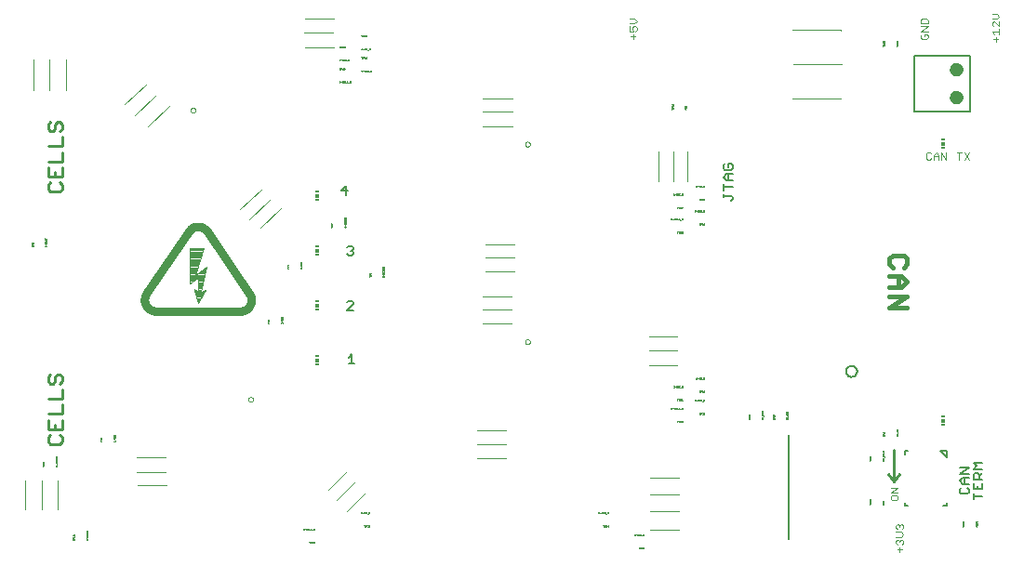
<source format=gto>
G75*
G70*
%OFA0B0*%
%FSLAX24Y24*%
%IPPOS*%
%LPD*%
%AMOC8*
5,1,8,0,0,1.08239X$1,22.5*
%
%ADD10C,0.0040*%
%ADD11C,0.0070*%
%ADD12C,0.0060*%
%ADD13C,0.0160*%
%ADD14C,0.0090*%
%ADD15C,0.0098*%
%ADD16C,0.0039*%
%ADD17C,0.0050*%
%ADD18C,0.0059*%
%ADD19R,0.0118X0.0059*%
%ADD20R,0.0118X0.0118*%
%ADD21C,0.0236*%
%ADD22C,0.0010*%
%ADD23C,0.0295*%
D10*
X029830Y022044D02*
X030000Y022044D01*
X029915Y021958D02*
X029915Y022129D01*
X029915Y022230D02*
X029872Y022315D01*
X029872Y022358D01*
X029915Y022401D01*
X030000Y022401D01*
X030043Y022358D01*
X030043Y022273D01*
X030000Y022230D01*
X029915Y022230D02*
X029787Y022230D01*
X029787Y022401D01*
X029787Y022502D02*
X029958Y022502D01*
X030043Y022587D01*
X029958Y022672D01*
X029787Y022672D01*
X040220Y022630D02*
X040220Y022502D01*
X040476Y022502D01*
X040476Y022630D01*
X040433Y022672D01*
X040263Y022672D01*
X040220Y022630D01*
X040220Y022401D02*
X040476Y022401D01*
X040220Y022230D01*
X040476Y022230D01*
X040433Y022129D02*
X040348Y022129D01*
X040348Y022044D01*
X040263Y022129D02*
X040220Y022086D01*
X040220Y022001D01*
X040263Y021958D01*
X040433Y021958D01*
X040476Y022001D01*
X040476Y022086D01*
X040433Y022129D01*
X042779Y022217D02*
X043035Y022217D01*
X043035Y022132D02*
X043035Y022302D01*
X043035Y022404D02*
X042864Y022574D01*
X042822Y022574D01*
X042779Y022531D01*
X042779Y022446D01*
X042822Y022404D01*
X042779Y022217D02*
X042864Y022132D01*
X042907Y022030D02*
X042907Y021860D01*
X042822Y021945D02*
X042992Y021945D01*
X043035Y022404D02*
X043035Y022574D01*
X042950Y022676D02*
X043035Y022761D01*
X042950Y022846D01*
X042779Y022846D01*
X042779Y022676D02*
X042950Y022676D01*
X041947Y017883D02*
X041777Y017628D01*
X041947Y017628D02*
X041777Y017883D01*
X041675Y017883D02*
X041505Y017883D01*
X041590Y017883D02*
X041590Y017628D01*
X041131Y017628D02*
X041131Y017883D01*
X040961Y017883D02*
X041131Y017628D01*
X040961Y017628D02*
X040961Y017883D01*
X040859Y017798D02*
X040859Y017628D01*
X040859Y017755D02*
X040689Y017755D01*
X040689Y017798D02*
X040774Y017883D01*
X040859Y017798D01*
X040689Y017798D02*
X040689Y017628D01*
X040588Y017670D02*
X040545Y017628D01*
X040460Y017628D01*
X040417Y017670D01*
X040417Y017841D01*
X040460Y017883D01*
X040545Y017883D01*
X040588Y017841D01*
X039393Y005865D02*
X039138Y005865D01*
X039138Y005695D02*
X039393Y005865D01*
X039393Y005695D02*
X039138Y005695D01*
X039180Y005593D02*
X039138Y005551D01*
X039138Y005466D01*
X039180Y005423D01*
X039351Y005423D01*
X039393Y005466D01*
X039393Y005551D01*
X039351Y005593D01*
X039180Y005593D01*
X039377Y004539D02*
X039420Y004539D01*
X039462Y004496D01*
X039505Y004539D01*
X039547Y004539D01*
X039590Y004496D01*
X039590Y004411D01*
X039547Y004368D01*
X039505Y004267D02*
X039334Y004267D01*
X039377Y004368D02*
X039334Y004411D01*
X039334Y004496D01*
X039377Y004539D01*
X039462Y004496D02*
X039462Y004454D01*
X039505Y004267D02*
X039590Y004182D01*
X039505Y004097D01*
X039334Y004097D01*
X039377Y003995D02*
X039420Y003995D01*
X039462Y003952D01*
X039505Y003995D01*
X039547Y003995D01*
X039590Y003952D01*
X039590Y003867D01*
X039547Y003825D01*
X039462Y003910D02*
X039462Y003952D01*
X039377Y003995D02*
X039334Y003952D01*
X039334Y003867D01*
X039377Y003825D01*
X039462Y003723D02*
X039462Y003553D01*
X039377Y003638D02*
X039547Y003638D01*
D11*
X042105Y005438D02*
X042105Y005654D01*
X042105Y005546D02*
X042429Y005546D01*
X042429Y005800D02*
X042105Y005800D01*
X042105Y006016D01*
X042105Y006163D02*
X042105Y006325D01*
X042159Y006379D01*
X042267Y006379D01*
X042321Y006325D01*
X042321Y006163D01*
X042321Y006271D02*
X042429Y006379D01*
X042429Y006525D02*
X042105Y006525D01*
X042213Y006633D01*
X042105Y006741D01*
X042429Y006741D01*
X041937Y006576D02*
X041613Y006576D01*
X041613Y006360D02*
X041937Y006576D01*
X041937Y006360D02*
X041613Y006360D01*
X041721Y006213D02*
X041613Y006105D01*
X041721Y005997D01*
X041937Y005997D01*
X041883Y005851D02*
X041937Y005797D01*
X041937Y005689D01*
X041883Y005635D01*
X041667Y005635D01*
X041613Y005689D01*
X041613Y005797D01*
X041667Y005851D01*
X041775Y005997D02*
X041775Y006213D01*
X041721Y006213D02*
X041937Y006213D01*
X042105Y006163D02*
X042429Y006163D01*
X042429Y006016D02*
X042429Y005800D01*
X042267Y005800D02*
X042267Y005908D01*
D12*
X033422Y016161D02*
X033478Y016217D01*
X033478Y016273D01*
X033422Y016328D01*
X033144Y016328D01*
X033144Y016273D02*
X033144Y016384D01*
X033144Y016524D02*
X033144Y016746D01*
X033144Y016635D02*
X033478Y016635D01*
X033478Y016886D02*
X033255Y016886D01*
X033144Y016998D01*
X033255Y017109D01*
X033478Y017109D01*
X033422Y017249D02*
X033478Y017304D01*
X033478Y017416D01*
X033422Y017471D01*
X033311Y017471D01*
X033311Y017360D01*
X033422Y017249D02*
X033199Y017249D01*
X033144Y017304D01*
X033144Y017416D01*
X033199Y017471D01*
X033311Y017109D02*
X033311Y016886D01*
X019685Y016525D02*
X019463Y016525D01*
X019630Y016692D01*
X019630Y016358D01*
X019715Y014527D02*
X019827Y014527D01*
X019882Y014471D01*
X019882Y014415D01*
X019827Y014360D01*
X019882Y014304D01*
X019882Y014248D01*
X019827Y014193D01*
X019715Y014193D01*
X019660Y014248D01*
X019771Y014360D02*
X019827Y014360D01*
X019660Y014471D02*
X019715Y014527D01*
X019715Y012558D02*
X019660Y012503D01*
X019715Y012558D02*
X019827Y012558D01*
X019882Y012503D01*
X019882Y012447D01*
X019660Y012224D01*
X019882Y012224D01*
X019820Y010639D02*
X019820Y010305D01*
X019709Y010305D02*
X019931Y010305D01*
X019709Y010528D02*
X019820Y010639D01*
D13*
X039099Y012313D02*
X039727Y012313D01*
X039727Y012731D02*
X039099Y012731D01*
X039099Y013038D02*
X039518Y013038D01*
X039727Y013247D01*
X039518Y013456D01*
X039099Y013456D01*
X039413Y013456D02*
X039413Y013038D01*
X039727Y012731D02*
X039099Y012313D01*
X039204Y013763D02*
X039099Y013867D01*
X039099Y014077D01*
X039204Y014181D01*
X039623Y014181D01*
X039727Y014077D01*
X039727Y013867D01*
X039623Y013763D01*
D14*
X009447Y016555D02*
X009447Y016722D01*
X009363Y016806D01*
X009447Y017015D02*
X008946Y017015D01*
X008946Y017349D01*
X008946Y017559D02*
X009447Y017559D01*
X009447Y017893D01*
X009447Y018103D02*
X008946Y018103D01*
X009447Y018103D02*
X009447Y018437D01*
X009363Y018647D02*
X009447Y018730D01*
X009447Y018897D01*
X009363Y018981D01*
X009280Y018981D01*
X009196Y018897D01*
X009196Y018730D01*
X009113Y018647D01*
X009029Y018647D01*
X008946Y018730D01*
X008946Y018897D01*
X009029Y018981D01*
X009447Y017349D02*
X009447Y017015D01*
X009196Y017015D02*
X009196Y017182D01*
X009029Y016806D02*
X008946Y016722D01*
X008946Y016555D01*
X009029Y016472D01*
X009363Y016472D01*
X009447Y016555D01*
X009363Y009925D02*
X009447Y009842D01*
X009447Y009675D01*
X009363Y009591D01*
X009196Y009675D02*
X009196Y009842D01*
X009280Y009925D01*
X009363Y009925D01*
X009196Y009675D02*
X009113Y009591D01*
X009029Y009591D01*
X008946Y009675D01*
X008946Y009842D01*
X009029Y009925D01*
X009447Y009382D02*
X009447Y009048D01*
X008946Y009048D01*
X009447Y008838D02*
X009447Y008504D01*
X008946Y008504D01*
X008946Y008294D02*
X008946Y007960D01*
X009447Y007960D01*
X009447Y008294D01*
X009196Y008127D02*
X009196Y007960D01*
X009029Y007750D02*
X008946Y007667D01*
X008946Y007500D01*
X009029Y007416D01*
X009363Y007416D01*
X009447Y007500D01*
X009447Y007667D01*
X009363Y007750D01*
D15*
X039069Y006338D02*
X039265Y006092D01*
X039462Y006338D01*
X039265Y006092D02*
X039265Y007224D01*
D16*
X008114Y006112D02*
X008114Y005088D01*
X008704Y005088D02*
X008704Y006112D01*
X009295Y006112D02*
X009295Y005088D01*
X012169Y005934D02*
X013193Y005934D01*
X013153Y006427D02*
X012130Y006427D01*
X012130Y006938D02*
X013153Y006938D01*
X016112Y009023D02*
X016114Y009041D01*
X016120Y009059D01*
X016129Y009075D01*
X016141Y009088D01*
X016156Y009099D01*
X016173Y009107D01*
X016191Y009111D01*
X016209Y009111D01*
X016227Y009107D01*
X016244Y009099D01*
X016259Y009088D01*
X016271Y009075D01*
X016280Y009059D01*
X016286Y009041D01*
X016288Y009023D01*
X016286Y009005D01*
X016280Y008987D01*
X016271Y008971D01*
X016259Y008958D01*
X016244Y008947D01*
X016227Y008939D01*
X016209Y008935D01*
X016191Y008935D01*
X016173Y008939D01*
X016156Y008947D01*
X016141Y008958D01*
X016129Y008971D01*
X016120Y008987D01*
X016114Y009005D01*
X016112Y009023D01*
X018980Y005797D02*
X019649Y006466D01*
X019964Y006072D02*
X019295Y005403D01*
X019649Y005029D02*
X020319Y005698D01*
X024334Y006919D02*
X025358Y006919D01*
X025358Y007431D02*
X024334Y007431D01*
X024334Y007923D02*
X025358Y007923D01*
X026038Y011092D02*
X026040Y011110D01*
X026046Y011128D01*
X026055Y011144D01*
X026067Y011157D01*
X026082Y011168D01*
X026099Y011176D01*
X026117Y011180D01*
X026135Y011180D01*
X026153Y011176D01*
X026170Y011168D01*
X026185Y011157D01*
X026197Y011144D01*
X026206Y011128D01*
X026212Y011110D01*
X026214Y011092D01*
X026212Y011074D01*
X026206Y011056D01*
X026197Y011040D01*
X026185Y011027D01*
X026170Y011016D01*
X026153Y011008D01*
X026135Y011004D01*
X026117Y011004D01*
X026099Y011008D01*
X026082Y011016D01*
X026067Y011027D01*
X026055Y011040D01*
X026046Y011056D01*
X026040Y011074D01*
X026038Y011092D01*
X025555Y011742D02*
X024531Y011742D01*
X024531Y012253D02*
X025555Y012253D01*
X025555Y012726D02*
X024531Y012726D01*
X024630Y013612D02*
X025653Y013612D01*
X025653Y014123D02*
X024630Y014123D01*
X024630Y014596D02*
X025653Y014596D01*
X030811Y016840D02*
X030811Y017903D01*
X031342Y017903D02*
X031342Y016840D01*
X031854Y016840D02*
X031854Y017903D01*
X035614Y019832D02*
X037346Y019832D01*
X037386Y021053D02*
X035653Y021053D01*
X037346Y022234D02*
X037346Y022273D01*
X035614Y022273D01*
X026038Y018179D02*
X026040Y018197D01*
X026046Y018215D01*
X026055Y018231D01*
X026067Y018244D01*
X026082Y018255D01*
X026099Y018263D01*
X026117Y018267D01*
X026135Y018267D01*
X026153Y018263D01*
X026170Y018255D01*
X026185Y018244D01*
X026197Y018231D01*
X026206Y018215D01*
X026212Y018197D01*
X026214Y018179D01*
X026212Y018161D01*
X026206Y018143D01*
X026197Y018127D01*
X026185Y018114D01*
X026170Y018103D01*
X026153Y018095D01*
X026135Y018091D01*
X026117Y018091D01*
X026099Y018095D01*
X026082Y018103D01*
X026067Y018114D01*
X026055Y018127D01*
X026046Y018143D01*
X026040Y018161D01*
X026038Y018179D01*
X025574Y018809D02*
X024511Y018809D01*
X024511Y019340D02*
X025574Y019340D01*
X025574Y019812D02*
X024511Y019812D01*
X019177Y021663D02*
X018153Y021663D01*
X018134Y022194D02*
X019157Y022194D01*
X019177Y022686D02*
X018153Y022686D01*
X013271Y019537D02*
X012523Y018828D01*
X012051Y019222D02*
X012799Y019931D01*
X012445Y020324D02*
X011697Y019616D01*
X009590Y020108D02*
X009590Y021210D01*
X009000Y021210D02*
X009000Y020108D01*
X008409Y020108D02*
X008409Y021210D01*
X014052Y019394D02*
X014054Y019412D01*
X014060Y019430D01*
X014069Y019446D01*
X014081Y019459D01*
X014096Y019470D01*
X014113Y019478D01*
X014131Y019482D01*
X014149Y019482D01*
X014167Y019478D01*
X014184Y019470D01*
X014199Y019459D01*
X014211Y019446D01*
X014220Y019430D01*
X014226Y019412D01*
X014228Y019394D01*
X014226Y019376D01*
X014220Y019358D01*
X014211Y019342D01*
X014199Y019329D01*
X014184Y019318D01*
X014167Y019310D01*
X014149Y019306D01*
X014131Y019306D01*
X014113Y019310D01*
X014096Y019318D01*
X014081Y019329D01*
X014069Y019342D01*
X014060Y019358D01*
X014054Y019376D01*
X014052Y019394D01*
X016578Y016545D02*
X015830Y015836D01*
X016145Y015482D02*
X016893Y016190D01*
X017287Y015875D02*
X016539Y015167D01*
X014511Y014458D02*
X014216Y013474D01*
X014610Y013769D01*
X014413Y012883D01*
X014590Y012942D01*
X014315Y012490D01*
X014177Y012982D01*
X014315Y012883D01*
X014315Y013375D01*
X014019Y013179D01*
X014019Y014458D01*
X014511Y014458D01*
X014507Y014445D02*
X014019Y014445D01*
X014019Y014407D02*
X014496Y014407D01*
X014485Y014369D02*
X014019Y014369D01*
X014019Y014331D02*
X014473Y014331D01*
X014462Y014293D02*
X014019Y014293D01*
X014019Y014255D02*
X014451Y014255D01*
X014439Y014217D02*
X014019Y014217D01*
X014019Y014179D02*
X014428Y014179D01*
X014416Y014141D02*
X014019Y014141D01*
X014019Y014103D02*
X014405Y014103D01*
X014394Y014066D02*
X014019Y014066D01*
X014019Y014028D02*
X014382Y014028D01*
X014371Y013990D02*
X014019Y013990D01*
X014019Y013952D02*
X014360Y013952D01*
X014348Y013914D02*
X014019Y013914D01*
X014019Y013876D02*
X014337Y013876D01*
X014326Y013838D02*
X014019Y013838D01*
X014019Y013800D02*
X014314Y013800D01*
X014303Y013762D02*
X014019Y013762D01*
X014019Y013724D02*
X014291Y013724D01*
X014280Y013686D02*
X014019Y013686D01*
X014019Y013649D02*
X014269Y013649D01*
X014257Y013611D02*
X014019Y013611D01*
X014019Y013573D02*
X014246Y013573D01*
X014235Y013535D02*
X014019Y013535D01*
X014019Y013497D02*
X014223Y013497D01*
X014247Y013497D02*
X014549Y013497D01*
X014558Y013535D02*
X014297Y013535D01*
X014348Y013573D02*
X014566Y013573D01*
X014575Y013611D02*
X014399Y013611D01*
X014449Y013649D02*
X014583Y013649D01*
X014592Y013686D02*
X014500Y013686D01*
X014550Y013724D02*
X014600Y013724D01*
X014601Y013762D02*
X014608Y013762D01*
X014541Y013459D02*
X014019Y013459D01*
X014019Y013421D02*
X014533Y013421D01*
X014524Y013383D02*
X014019Y013383D01*
X014019Y013345D02*
X014269Y013345D01*
X014315Y013345D02*
X014516Y013345D01*
X014507Y013307D02*
X014315Y013307D01*
X014315Y013269D02*
X014499Y013269D01*
X014490Y013231D02*
X014315Y013231D01*
X014315Y013194D02*
X014482Y013194D01*
X014474Y013156D02*
X014315Y013156D01*
X014315Y013118D02*
X014465Y013118D01*
X014457Y013080D02*
X014315Y013080D01*
X014315Y013042D02*
X014448Y013042D01*
X014440Y013004D02*
X014315Y013004D01*
X014315Y012966D02*
X014431Y012966D01*
X014423Y012928D02*
X014315Y012928D01*
X014315Y012890D02*
X014415Y012890D01*
X014434Y012890D02*
X014559Y012890D01*
X014548Y012928D02*
X014582Y012928D01*
X014535Y012852D02*
X014213Y012852D01*
X014224Y012814D02*
X014512Y012814D01*
X014489Y012776D02*
X014234Y012776D01*
X014245Y012739D02*
X014466Y012739D01*
X014443Y012701D02*
X014256Y012701D01*
X014266Y012663D02*
X014420Y012663D01*
X014397Y012625D02*
X014277Y012625D01*
X014287Y012587D02*
X014374Y012587D01*
X014351Y012549D02*
X014298Y012549D01*
X014309Y012511D02*
X014328Y012511D01*
X014305Y012890D02*
X014202Y012890D01*
X014192Y012928D02*
X014252Y012928D01*
X014199Y012966D02*
X014181Y012966D01*
X014042Y013194D02*
X014019Y013194D01*
X014019Y013231D02*
X014099Y013231D01*
X014156Y013269D02*
X014019Y013269D01*
X014019Y013307D02*
X014212Y013307D01*
X030476Y011269D02*
X031500Y011269D01*
X031500Y010777D02*
X030476Y010777D01*
X030476Y010265D02*
X031500Y010265D01*
X031559Y006210D02*
X030535Y006210D01*
X030535Y005600D02*
X031559Y005600D01*
X031559Y005009D02*
X030535Y005009D01*
X030535Y004340D02*
X031559Y004340D01*
D17*
X039649Y005206D02*
X039767Y005206D01*
X039649Y005206D02*
X039649Y005324D01*
X041027Y005206D02*
X041145Y005206D01*
X041145Y005324D01*
X041145Y006938D02*
X041145Y007175D01*
X040909Y007175D01*
X041145Y006938D01*
X039767Y007175D02*
X039649Y007175D01*
X039649Y007057D01*
X037543Y010029D02*
X037545Y010056D01*
X037551Y010083D01*
X037560Y010109D01*
X037573Y010133D01*
X037589Y010156D01*
X037608Y010175D01*
X037630Y010192D01*
X037654Y010206D01*
X037679Y010216D01*
X037706Y010223D01*
X037733Y010226D01*
X037761Y010225D01*
X037788Y010220D01*
X037814Y010212D01*
X037838Y010200D01*
X037861Y010184D01*
X037882Y010166D01*
X037899Y010145D01*
X037914Y010121D01*
X037925Y010096D01*
X037933Y010070D01*
X037937Y010043D01*
X037937Y010015D01*
X037933Y009988D01*
X037925Y009962D01*
X037914Y009937D01*
X037899Y009913D01*
X037882Y009892D01*
X037861Y009874D01*
X037839Y009858D01*
X037814Y009846D01*
X037788Y009838D01*
X037761Y009833D01*
X037733Y009832D01*
X037706Y009835D01*
X037679Y009842D01*
X037654Y009852D01*
X037630Y009866D01*
X037608Y009883D01*
X037589Y009902D01*
X037573Y009925D01*
X037560Y009949D01*
X037551Y009975D01*
X037545Y010002D01*
X037543Y010029D01*
X039988Y019364D02*
X039988Y021364D01*
X041988Y021364D01*
X041988Y019364D01*
X039988Y019364D01*
D18*
X035483Y007744D02*
X035483Y004004D01*
D19*
X041027Y008110D03*
X041027Y008405D03*
X041027Y018051D03*
X041027Y018346D03*
X018586Y016476D03*
X018586Y016181D03*
X018586Y014507D03*
X018586Y014212D03*
X018586Y012539D03*
X018586Y012244D03*
X018586Y010570D03*
X018586Y010275D03*
D20*
X018586Y010423D03*
X018586Y012391D03*
X018586Y014360D03*
X018586Y016328D03*
X041027Y018198D03*
X041027Y008257D03*
D21*
X041370Y019864D02*
X041372Y019885D01*
X041378Y019905D01*
X041387Y019925D01*
X041399Y019942D01*
X041414Y019956D01*
X041432Y019968D01*
X041452Y019976D01*
X041472Y019981D01*
X041493Y019982D01*
X041514Y019979D01*
X041534Y019973D01*
X041553Y019962D01*
X041570Y019949D01*
X041583Y019933D01*
X041594Y019915D01*
X041602Y019895D01*
X041606Y019875D01*
X041606Y019853D01*
X041602Y019833D01*
X041594Y019813D01*
X041583Y019795D01*
X041570Y019779D01*
X041553Y019766D01*
X041534Y019755D01*
X041514Y019749D01*
X041493Y019746D01*
X041472Y019747D01*
X041452Y019752D01*
X041432Y019760D01*
X041414Y019772D01*
X041399Y019786D01*
X041387Y019803D01*
X041378Y019823D01*
X041372Y019843D01*
X041370Y019864D01*
X041370Y020864D02*
X041372Y020885D01*
X041378Y020905D01*
X041387Y020925D01*
X041399Y020942D01*
X041414Y020956D01*
X041432Y020968D01*
X041452Y020976D01*
X041472Y020981D01*
X041493Y020982D01*
X041514Y020979D01*
X041534Y020973D01*
X041553Y020962D01*
X041570Y020949D01*
X041583Y020933D01*
X041594Y020915D01*
X041602Y020895D01*
X041606Y020875D01*
X041606Y020853D01*
X041602Y020833D01*
X041594Y020813D01*
X041583Y020795D01*
X041570Y020779D01*
X041553Y020766D01*
X041534Y020755D01*
X041514Y020749D01*
X041493Y020746D01*
X041472Y020747D01*
X041452Y020752D01*
X041432Y020760D01*
X041414Y020772D01*
X041399Y020786D01*
X041387Y020803D01*
X041378Y020823D01*
X041372Y020843D01*
X041370Y020864D01*
D22*
X039380Y021704D02*
X039347Y021704D01*
X039364Y021688D02*
X039364Y021720D01*
X039356Y021742D02*
X039339Y021758D01*
X039388Y021758D01*
X039388Y021742D02*
X039388Y021775D01*
X039388Y021796D02*
X039356Y021829D01*
X039347Y021829D01*
X039339Y021821D01*
X039339Y021804D01*
X039347Y021796D01*
X039388Y021796D02*
X039388Y021829D01*
X039372Y021851D02*
X039388Y021867D01*
X039372Y021883D01*
X039339Y021883D01*
X039339Y021851D02*
X039372Y021851D01*
X038916Y021851D02*
X038883Y021883D01*
X038875Y021883D01*
X038867Y021875D01*
X038867Y021859D01*
X038875Y021851D01*
X038875Y021829D02*
X038883Y021829D01*
X038891Y021821D01*
X038900Y021829D01*
X038908Y021829D01*
X038916Y021821D01*
X038916Y021804D01*
X038908Y021796D01*
X038891Y021813D02*
X038891Y021821D01*
X038875Y021829D02*
X038867Y021821D01*
X038867Y021804D01*
X038875Y021796D01*
X038875Y021775D02*
X038891Y021775D01*
X038900Y021766D01*
X038900Y021742D01*
X038916Y021742D02*
X038867Y021742D01*
X038867Y021766D01*
X038875Y021775D01*
X038867Y021720D02*
X038867Y021688D01*
X038867Y021704D02*
X038916Y021704D01*
X038916Y021851D02*
X038916Y021883D01*
X031810Y019549D02*
X031793Y019565D01*
X031761Y019565D01*
X031761Y019532D02*
X031793Y019532D01*
X031810Y019549D01*
X031801Y019511D02*
X031810Y019503D01*
X031810Y019486D01*
X031801Y019478D01*
X031785Y019478D02*
X031777Y019494D01*
X031777Y019503D01*
X031785Y019511D01*
X031801Y019511D01*
X031785Y019478D02*
X031761Y019478D01*
X031761Y019511D01*
X031785Y019456D02*
X031785Y019424D01*
X031769Y019440D02*
X031801Y019440D01*
X031337Y019440D02*
X031288Y019440D01*
X031288Y019424D02*
X031288Y019456D01*
X031288Y019478D02*
X031288Y019503D01*
X031296Y019511D01*
X031313Y019511D01*
X031321Y019503D01*
X031321Y019478D01*
X031337Y019478D02*
X031288Y019478D01*
X031296Y019532D02*
X031288Y019541D01*
X031288Y019557D01*
X031296Y019565D01*
X031304Y019565D01*
X031313Y019557D01*
X031321Y019565D01*
X031329Y019565D01*
X031337Y019557D01*
X031337Y019541D01*
X031329Y019532D01*
X031313Y019549D02*
X031313Y019557D01*
X031304Y019587D02*
X031288Y019603D01*
X031337Y019603D01*
X031337Y019587D02*
X031337Y019620D01*
X032171Y016697D02*
X032187Y016697D01*
X032195Y016689D01*
X032195Y016681D01*
X032187Y016673D01*
X032195Y016664D01*
X032195Y016656D01*
X032187Y016648D01*
X032171Y016648D01*
X032163Y016656D01*
X032179Y016673D02*
X032187Y016673D01*
X032163Y016689D02*
X032171Y016697D01*
X032217Y016673D02*
X032250Y016673D01*
X032271Y016689D02*
X032271Y016656D01*
X032280Y016648D01*
X032296Y016648D01*
X032304Y016656D01*
X032326Y016656D02*
X032334Y016648D01*
X032350Y016648D01*
X032359Y016656D01*
X032359Y016664D01*
X032350Y016673D01*
X032334Y016673D01*
X032326Y016681D01*
X032326Y016689D01*
X032334Y016697D01*
X032350Y016697D01*
X032359Y016689D01*
X032380Y016640D02*
X032413Y016640D01*
X032435Y016648D02*
X032435Y016697D01*
X032435Y016673D02*
X032467Y016673D01*
X032467Y016697D02*
X032467Y016648D01*
X032304Y016689D02*
X032296Y016697D01*
X032280Y016697D01*
X032271Y016689D01*
X031680Y016402D02*
X031680Y016353D01*
X031680Y016377D02*
X031647Y016377D01*
X031647Y016353D02*
X031647Y016402D01*
X031625Y016345D02*
X031593Y016345D01*
X031573Y016353D02*
X031557Y016353D01*
X031565Y016353D02*
X031565Y016402D01*
X031557Y016402D02*
X031573Y016402D01*
X031535Y016394D02*
X031527Y016402D01*
X031502Y016402D01*
X031502Y016353D01*
X031527Y016353D01*
X031535Y016361D01*
X031535Y016394D01*
X031481Y016394D02*
X031472Y016402D01*
X031456Y016402D01*
X031448Y016394D01*
X031448Y016386D01*
X031456Y016377D01*
X031472Y016377D01*
X031481Y016369D01*
X031481Y016361D01*
X031472Y016353D01*
X031456Y016353D01*
X031448Y016361D01*
X031426Y016377D02*
X031393Y016377D01*
X031372Y016369D02*
X031372Y016361D01*
X031364Y016353D01*
X031347Y016353D01*
X031339Y016361D01*
X031355Y016377D02*
X031364Y016377D01*
X031372Y016369D01*
X031364Y016377D02*
X031372Y016386D01*
X031372Y016394D01*
X031364Y016402D01*
X031347Y016402D01*
X031339Y016394D01*
X031484Y015930D02*
X031517Y015930D01*
X031500Y015930D02*
X031500Y015880D01*
X031538Y015880D02*
X031538Y015930D01*
X031563Y015930D01*
X031571Y015921D01*
X031571Y015905D01*
X031563Y015897D01*
X031538Y015897D01*
X031593Y015913D02*
X031609Y015930D01*
X031609Y015880D01*
X031593Y015880D02*
X031626Y015880D01*
X031647Y015880D02*
X031647Y015889D01*
X031680Y015921D01*
X031680Y015930D01*
X031647Y015930D01*
X031647Y015516D02*
X031647Y015467D01*
X031625Y015459D02*
X031593Y015459D01*
X031571Y015467D02*
X031547Y015492D01*
X031538Y015483D02*
X031571Y015516D01*
X031538Y015516D02*
X031538Y015467D01*
X031517Y015467D02*
X031484Y015467D01*
X031484Y015516D01*
X031462Y015508D02*
X031454Y015516D01*
X031438Y015516D01*
X031430Y015508D01*
X031430Y015475D01*
X031438Y015467D01*
X031454Y015467D01*
X031462Y015475D01*
X031408Y015475D02*
X031400Y015467D01*
X031383Y015467D01*
X031375Y015475D01*
X031383Y015492D02*
X031400Y015492D01*
X031408Y015483D01*
X031408Y015475D01*
X031383Y015492D02*
X031375Y015500D01*
X031375Y015508D01*
X031383Y015516D01*
X031400Y015516D01*
X031408Y015508D01*
X031354Y015492D02*
X031321Y015492D01*
X031299Y015500D02*
X031291Y015492D01*
X031299Y015483D01*
X031299Y015475D01*
X031291Y015467D01*
X031275Y015467D01*
X031267Y015475D01*
X031283Y015492D02*
X031291Y015492D01*
X031299Y015500D02*
X031299Y015508D01*
X031291Y015516D01*
X031275Y015516D01*
X031267Y015508D01*
X031647Y015492D02*
X031680Y015492D01*
X031680Y015516D02*
X031680Y015467D01*
X032108Y015770D02*
X032116Y015762D01*
X032133Y015762D01*
X032141Y015770D01*
X032141Y015779D01*
X032133Y015787D01*
X032125Y015787D01*
X032133Y015787D02*
X032141Y015795D01*
X032141Y015803D01*
X032133Y015811D01*
X032116Y015811D01*
X032108Y015803D01*
X032163Y015787D02*
X032195Y015787D01*
X032217Y015795D02*
X032225Y015787D01*
X032242Y015787D01*
X032250Y015779D01*
X032250Y015770D01*
X032242Y015762D01*
X032225Y015762D01*
X032217Y015770D01*
X032217Y015795D02*
X032217Y015803D01*
X032225Y015811D01*
X032242Y015811D01*
X032250Y015803D01*
X032271Y015811D02*
X032296Y015811D01*
X032304Y015803D01*
X032304Y015770D01*
X032296Y015762D01*
X032271Y015762D01*
X032271Y015811D01*
X032326Y015803D02*
X032326Y015770D01*
X032334Y015762D01*
X032350Y015762D01*
X032359Y015770D01*
X032359Y015803D01*
X032350Y015811D01*
X032334Y015811D01*
X032326Y015803D01*
X032380Y015754D02*
X032413Y015754D01*
X032435Y015762D02*
X032435Y015811D01*
X032435Y015787D02*
X032467Y015787D01*
X032467Y015811D02*
X032467Y015762D01*
X032459Y016176D02*
X032443Y016176D01*
X032435Y016184D01*
X032435Y016200D02*
X032451Y016208D01*
X032459Y016208D01*
X032467Y016200D01*
X032467Y016184D01*
X032459Y016176D01*
X032435Y016200D02*
X032435Y016225D01*
X032467Y016225D01*
X032397Y016225D02*
X032397Y016176D01*
X032413Y016176D02*
X032380Y016176D01*
X032359Y016200D02*
X032350Y016192D01*
X032326Y016192D01*
X032326Y016176D02*
X032326Y016225D01*
X032350Y016225D01*
X032359Y016217D01*
X032359Y016200D01*
X032380Y016208D02*
X032397Y016225D01*
X032304Y016225D02*
X032271Y016225D01*
X032288Y016225D02*
X032288Y016176D01*
X032288Y015339D02*
X032288Y015290D01*
X032326Y015290D02*
X032326Y015339D01*
X032350Y015339D01*
X032359Y015331D01*
X032359Y015314D01*
X032350Y015306D01*
X032326Y015306D01*
X032304Y015339D02*
X032271Y015339D01*
X032380Y015323D02*
X032397Y015339D01*
X032397Y015290D01*
X032413Y015290D02*
X032380Y015290D01*
X032435Y015298D02*
X032443Y015290D01*
X032459Y015290D01*
X032467Y015298D01*
X032467Y015306D01*
X032459Y015314D01*
X032435Y015314D01*
X032435Y015298D01*
X032435Y015314D02*
X032451Y015331D01*
X032467Y015339D01*
X031680Y015036D02*
X031680Y015027D01*
X031672Y015019D01*
X031655Y015019D01*
X031647Y015027D01*
X031647Y015036D01*
X031655Y015044D01*
X031672Y015044D01*
X031680Y015036D01*
X031672Y015019D02*
X031680Y015011D01*
X031680Y015003D01*
X031672Y014995D01*
X031655Y014995D01*
X031647Y015003D01*
X031647Y015011D01*
X031655Y015019D01*
X031626Y014995D02*
X031593Y014995D01*
X031609Y014995D02*
X031609Y015044D01*
X031593Y015027D01*
X031571Y015019D02*
X031563Y015011D01*
X031538Y015011D01*
X031538Y014995D02*
X031538Y015044D01*
X031563Y015044D01*
X031571Y015036D01*
X031571Y015019D01*
X031517Y015044D02*
X031484Y015044D01*
X031500Y015044D02*
X031500Y014995D01*
X032171Y009807D02*
X032163Y009799D01*
X032171Y009807D02*
X032187Y009807D01*
X032195Y009799D01*
X032195Y009791D01*
X032163Y009758D01*
X032195Y009758D01*
X032217Y009783D02*
X032250Y009783D01*
X032271Y009799D02*
X032271Y009767D01*
X032280Y009758D01*
X032296Y009758D01*
X032304Y009767D01*
X032326Y009767D02*
X032334Y009758D01*
X032350Y009758D01*
X032359Y009767D01*
X032359Y009775D01*
X032350Y009783D01*
X032334Y009783D01*
X032326Y009791D01*
X032326Y009799D01*
X032334Y009807D01*
X032350Y009807D01*
X032359Y009799D01*
X032380Y009750D02*
X032413Y009750D01*
X032435Y009758D02*
X032435Y009807D01*
X032435Y009783D02*
X032467Y009783D01*
X032467Y009807D02*
X032467Y009758D01*
X032304Y009799D02*
X032296Y009807D01*
X032280Y009807D01*
X032271Y009799D01*
X032271Y009335D02*
X032304Y009335D01*
X032288Y009335D02*
X032288Y009286D01*
X032326Y009286D02*
X032326Y009335D01*
X032350Y009335D01*
X032359Y009327D01*
X032359Y009310D01*
X032350Y009302D01*
X032326Y009302D01*
X032380Y009286D02*
X032413Y009286D01*
X032397Y009286D02*
X032397Y009335D01*
X032380Y009319D01*
X032435Y009319D02*
X032443Y009310D01*
X032467Y009310D01*
X032467Y009294D02*
X032467Y009327D01*
X032459Y009335D01*
X032443Y009335D01*
X032435Y009327D01*
X032435Y009319D01*
X032435Y009294D02*
X032443Y009286D01*
X032459Y009286D01*
X032467Y009294D01*
X032467Y009020D02*
X032467Y008971D01*
X032467Y008996D02*
X032435Y008996D01*
X032435Y009020D02*
X032435Y008971D01*
X032413Y008963D02*
X032380Y008963D01*
X032359Y008979D02*
X032359Y009012D01*
X032350Y009020D01*
X032334Y009020D01*
X032326Y009012D01*
X032326Y008979D01*
X032334Y008971D01*
X032350Y008971D01*
X032359Y008979D01*
X032304Y008979D02*
X032304Y009012D01*
X032296Y009020D01*
X032271Y009020D01*
X032271Y008971D01*
X032296Y008971D01*
X032304Y008979D01*
X032250Y008979D02*
X032242Y008971D01*
X032225Y008971D01*
X032217Y008979D01*
X032225Y008996D02*
X032242Y008996D01*
X032250Y008987D01*
X032250Y008979D01*
X032225Y008996D02*
X032217Y009004D01*
X032217Y009012D01*
X032225Y009020D01*
X032242Y009020D01*
X032250Y009012D01*
X032195Y008996D02*
X032163Y008996D01*
X032141Y009004D02*
X032141Y009012D01*
X032133Y009020D01*
X032116Y009020D01*
X032108Y009012D01*
X032141Y009004D02*
X032108Y008971D01*
X032141Y008971D01*
X031680Y008991D02*
X031647Y008991D01*
X031664Y008991D02*
X031664Y009040D01*
X031647Y009023D01*
X031626Y009023D02*
X031626Y009032D01*
X031617Y009040D01*
X031601Y009040D01*
X031593Y009032D01*
X031571Y009032D02*
X031571Y009015D01*
X031563Y009007D01*
X031538Y009007D01*
X031538Y008991D02*
X031538Y009040D01*
X031563Y009040D01*
X031571Y009032D01*
X031593Y008991D02*
X031626Y009023D01*
X031626Y008991D02*
X031593Y008991D01*
X031517Y009040D02*
X031484Y009040D01*
X031500Y009040D02*
X031500Y008991D01*
X031484Y008725D02*
X031484Y008676D01*
X031517Y008676D01*
X031538Y008676D02*
X031538Y008725D01*
X031547Y008700D02*
X031571Y008676D01*
X031593Y008668D02*
X031625Y008668D01*
X031647Y008676D02*
X031647Y008725D01*
X031647Y008700D02*
X031680Y008700D01*
X031680Y008676D02*
X031680Y008725D01*
X031571Y008725D02*
X031538Y008692D01*
X031462Y008684D02*
X031454Y008676D01*
X031438Y008676D01*
X031430Y008684D01*
X031430Y008717D01*
X031438Y008725D01*
X031454Y008725D01*
X031462Y008717D01*
X031408Y008717D02*
X031400Y008725D01*
X031383Y008725D01*
X031375Y008717D01*
X031375Y008708D01*
X031383Y008700D01*
X031400Y008700D01*
X031408Y008692D01*
X031408Y008684D01*
X031400Y008676D01*
X031383Y008676D01*
X031375Y008684D01*
X031354Y008700D02*
X031321Y008700D01*
X031299Y008708D02*
X031299Y008717D01*
X031291Y008725D01*
X031275Y008725D01*
X031267Y008717D01*
X031299Y008708D02*
X031267Y008676D01*
X031299Y008676D01*
X031484Y008252D02*
X031517Y008252D01*
X031500Y008252D02*
X031500Y008203D01*
X031538Y008203D02*
X031538Y008252D01*
X031563Y008252D01*
X031571Y008244D01*
X031571Y008228D01*
X031563Y008220D01*
X031538Y008220D01*
X031593Y008203D02*
X031626Y008236D01*
X031626Y008244D01*
X031617Y008252D01*
X031601Y008252D01*
X031593Y008244D01*
X031593Y008203D02*
X031626Y008203D01*
X031647Y008203D02*
X031680Y008236D01*
X031680Y008244D01*
X031672Y008252D01*
X031655Y008252D01*
X031647Y008244D01*
X031647Y008203D02*
X031680Y008203D01*
X032288Y008499D02*
X032288Y008548D01*
X032304Y008548D02*
X032271Y008548D01*
X032326Y008548D02*
X032350Y008548D01*
X032359Y008539D01*
X032359Y008523D01*
X032350Y008515D01*
X032326Y008515D01*
X032326Y008499D02*
X032326Y008548D01*
X032380Y008539D02*
X032388Y008548D01*
X032405Y008548D01*
X032413Y008539D01*
X032413Y008531D01*
X032380Y008499D01*
X032413Y008499D01*
X032435Y008507D02*
X032467Y008539D01*
X032467Y008507D01*
X032459Y008499D01*
X032443Y008499D01*
X032435Y008507D01*
X032435Y008539D01*
X032443Y008548D01*
X032459Y008548D01*
X032467Y008539D01*
X031680Y009463D02*
X031680Y009512D01*
X031680Y009488D02*
X031647Y009488D01*
X031647Y009512D02*
X031647Y009463D01*
X031625Y009455D02*
X031593Y009455D01*
X031573Y009463D02*
X031557Y009463D01*
X031565Y009463D02*
X031565Y009512D01*
X031557Y009512D02*
X031573Y009512D01*
X031535Y009504D02*
X031527Y009512D01*
X031502Y009512D01*
X031502Y009463D01*
X031527Y009463D01*
X031535Y009471D01*
X031535Y009504D01*
X031481Y009504D02*
X031472Y009512D01*
X031456Y009512D01*
X031448Y009504D01*
X031448Y009496D01*
X031456Y009488D01*
X031472Y009488D01*
X031481Y009479D01*
X031481Y009471D01*
X031472Y009463D01*
X031456Y009463D01*
X031448Y009471D01*
X031426Y009488D02*
X031393Y009488D01*
X031372Y009496D02*
X031372Y009504D01*
X031364Y009512D01*
X031347Y009512D01*
X031339Y009504D01*
X031372Y009496D02*
X031339Y009463D01*
X031372Y009463D01*
X034044Y008489D02*
X034052Y008498D01*
X034060Y008498D01*
X034069Y008489D01*
X034069Y008473D01*
X034060Y008465D01*
X034052Y008465D01*
X034044Y008473D01*
X034044Y008489D01*
X034069Y008489D02*
X034077Y008498D01*
X034085Y008498D01*
X034093Y008489D01*
X034093Y008473D01*
X034085Y008465D01*
X034077Y008465D01*
X034069Y008473D01*
X034060Y008443D02*
X034052Y008443D01*
X034044Y008435D01*
X034044Y008419D01*
X034052Y008410D01*
X034052Y008389D02*
X034069Y008389D01*
X034077Y008381D01*
X034077Y008356D01*
X034093Y008356D02*
X034044Y008356D01*
X034044Y008381D01*
X034052Y008389D01*
X034093Y008410D02*
X034060Y008443D01*
X034093Y008443D02*
X034093Y008410D01*
X034044Y008334D02*
X034044Y008302D01*
X034044Y008318D02*
X034093Y008318D01*
X034516Y008326D02*
X034525Y008334D01*
X034533Y008334D01*
X034541Y008326D01*
X034541Y008302D01*
X034541Y008326D02*
X034549Y008334D01*
X034557Y008334D01*
X034566Y008326D01*
X034566Y008302D01*
X034516Y008302D01*
X034516Y008326D01*
X034525Y008356D02*
X034516Y008364D01*
X034516Y008381D01*
X034525Y008389D01*
X034557Y008389D01*
X034566Y008381D01*
X034566Y008364D01*
X034557Y008356D01*
X034525Y008356D01*
X034549Y008372D02*
X034566Y008389D01*
X034574Y008410D02*
X034574Y008443D01*
X034557Y008465D02*
X034566Y008473D01*
X034566Y008489D01*
X034557Y008498D01*
X034549Y008498D01*
X034541Y008489D01*
X034541Y008473D01*
X034533Y008465D01*
X034525Y008465D01*
X034516Y008473D01*
X034516Y008489D01*
X034525Y008498D01*
X034516Y008519D02*
X034516Y008544D01*
X034525Y008552D01*
X034557Y008552D01*
X034566Y008544D01*
X034566Y008519D01*
X034516Y008519D01*
X034525Y008574D02*
X034557Y008574D01*
X034566Y008582D01*
X034566Y008598D01*
X034557Y008606D01*
X034525Y008606D01*
X034516Y008598D01*
X034516Y008582D01*
X034525Y008574D01*
X034930Y008498D02*
X034938Y008498D01*
X034971Y008465D01*
X034979Y008465D01*
X034979Y008443D02*
X034979Y008410D01*
X034946Y008443D01*
X034938Y008443D01*
X034930Y008435D01*
X034930Y008419D01*
X034938Y008410D01*
X034938Y008389D02*
X034954Y008389D01*
X034963Y008381D01*
X034963Y008356D01*
X034979Y008356D02*
X034930Y008356D01*
X034930Y008381D01*
X034938Y008389D01*
X034930Y008334D02*
X034930Y008302D01*
X034930Y008318D02*
X034979Y008318D01*
X034930Y008465D02*
X034930Y008498D01*
X035402Y008489D02*
X035402Y008473D01*
X035410Y008465D01*
X035419Y008465D01*
X035427Y008473D01*
X035427Y008489D01*
X035435Y008498D01*
X035443Y008498D01*
X035451Y008489D01*
X035451Y008473D01*
X035443Y008465D01*
X035460Y008443D02*
X035460Y008410D01*
X035451Y008389D02*
X035435Y008372D01*
X035451Y008364D02*
X035443Y008356D01*
X035410Y008356D01*
X035402Y008364D01*
X035402Y008381D01*
X035410Y008389D01*
X035443Y008389D01*
X035451Y008381D01*
X035451Y008364D01*
X035443Y008334D02*
X035451Y008326D01*
X035451Y008302D01*
X035402Y008302D01*
X035402Y008326D01*
X035410Y008334D01*
X035419Y008334D01*
X035427Y008326D01*
X035427Y008302D01*
X035427Y008326D02*
X035435Y008334D01*
X035443Y008334D01*
X035402Y008489D02*
X035410Y008498D01*
X035402Y008519D02*
X035402Y008544D01*
X035410Y008552D01*
X035443Y008552D01*
X035451Y008544D01*
X035451Y008519D01*
X035402Y008519D01*
X035402Y008574D02*
X035402Y008590D01*
X035402Y008582D02*
X035451Y008582D01*
X035451Y008574D02*
X035451Y008590D01*
X038375Y006959D02*
X038375Y006942D01*
X038383Y006934D01*
X038383Y006912D02*
X038399Y006912D01*
X038407Y006904D01*
X038407Y006880D01*
X038424Y006880D02*
X038375Y006880D01*
X038375Y006904D01*
X038383Y006912D01*
X038424Y006934D02*
X038391Y006967D01*
X038383Y006967D01*
X038375Y006959D01*
X038424Y006967D02*
X038424Y006934D01*
X038375Y006858D02*
X038375Y006825D01*
X038375Y006842D02*
X038424Y006842D01*
X038847Y006850D02*
X038855Y006858D01*
X038864Y006858D01*
X038872Y006850D01*
X038872Y006825D01*
X038896Y006825D02*
X038896Y006850D01*
X038888Y006858D01*
X038880Y006858D01*
X038872Y006850D01*
X038847Y006850D02*
X038847Y006825D01*
X038896Y006825D01*
X038888Y006880D02*
X038896Y006888D01*
X038896Y006904D01*
X038888Y006912D01*
X038855Y006912D01*
X038847Y006904D01*
X038847Y006888D01*
X038855Y006880D01*
X038888Y006880D01*
X038880Y006896D02*
X038896Y006912D01*
X038904Y006934D02*
X038904Y006967D01*
X038888Y006988D02*
X038896Y006997D01*
X038896Y007013D01*
X038888Y007021D01*
X038880Y007021D01*
X038872Y007013D01*
X038872Y006997D01*
X038864Y006988D01*
X038855Y006988D01*
X038847Y006997D01*
X038847Y007013D01*
X038855Y007021D01*
X038855Y007043D02*
X038888Y007043D01*
X038896Y007051D01*
X038896Y007067D01*
X038888Y007076D01*
X038896Y007097D02*
X038896Y007130D01*
X038896Y007152D02*
X038847Y007152D01*
X038872Y007160D02*
X038896Y007184D01*
X038880Y007152D02*
X038847Y007184D01*
X038847Y007097D02*
X038896Y007097D01*
X038855Y007076D02*
X038847Y007067D01*
X038847Y007051D01*
X038855Y007043D01*
X038867Y007711D02*
X038867Y007744D01*
X038867Y007727D02*
X038916Y007727D01*
X038916Y007766D02*
X038867Y007766D01*
X038867Y007790D01*
X038875Y007798D01*
X038891Y007798D01*
X038900Y007790D01*
X038900Y007766D01*
X038916Y007820D02*
X038916Y007853D01*
X038916Y007836D02*
X038867Y007836D01*
X038883Y007820D01*
X039339Y007790D02*
X039347Y007798D01*
X039380Y007798D01*
X039388Y007790D01*
X039388Y007774D01*
X039380Y007766D01*
X039347Y007766D01*
X039339Y007774D01*
X039339Y007790D01*
X039372Y007782D02*
X039388Y007798D01*
X039397Y007820D02*
X039397Y007853D01*
X039380Y007874D02*
X039388Y007882D01*
X039388Y007899D01*
X039380Y007907D01*
X039380Y007929D02*
X039388Y007937D01*
X039388Y007953D01*
X039380Y007961D01*
X039372Y007961D01*
X039364Y007953D01*
X039364Y007937D01*
X039356Y007929D01*
X039347Y007929D01*
X039339Y007937D01*
X039339Y007953D01*
X039347Y007961D01*
X039347Y007907D02*
X039339Y007899D01*
X039339Y007882D01*
X039347Y007874D01*
X039380Y007874D01*
X039380Y007744D02*
X039388Y007736D01*
X039388Y007711D01*
X039339Y007711D01*
X039339Y007736D01*
X039347Y007744D01*
X039356Y007744D01*
X039364Y007736D01*
X039364Y007711D01*
X039364Y007736D02*
X039372Y007744D01*
X039380Y007744D01*
X038888Y005392D02*
X038855Y005392D01*
X038847Y005384D01*
X038847Y005359D01*
X038896Y005359D01*
X038896Y005384D01*
X038888Y005392D01*
X038896Y005338D02*
X038847Y005338D01*
X038847Y005305D02*
X038896Y005338D01*
X038896Y005305D02*
X038847Y005305D01*
X038855Y005283D02*
X038847Y005275D01*
X038847Y005259D01*
X038855Y005251D01*
X038888Y005251D01*
X038896Y005259D01*
X038896Y005275D01*
X038888Y005283D01*
X038872Y005283D01*
X038872Y005267D01*
X038424Y005267D02*
X038375Y005267D01*
X038375Y005251D02*
X038375Y005283D01*
X038375Y005305D02*
X038375Y005329D01*
X038383Y005338D01*
X038399Y005338D01*
X038407Y005329D01*
X038407Y005305D01*
X038424Y005305D02*
X038375Y005305D01*
X038383Y005359D02*
X038375Y005367D01*
X038375Y005384D01*
X038383Y005392D01*
X038391Y005392D01*
X038399Y005384D01*
X038407Y005392D01*
X038416Y005392D01*
X038424Y005384D01*
X038424Y005367D01*
X038416Y005359D01*
X038399Y005376D02*
X038399Y005384D01*
X038383Y005414D02*
X038375Y005422D01*
X038375Y005438D01*
X038383Y005446D01*
X038416Y005414D01*
X038424Y005422D01*
X038424Y005438D01*
X038416Y005446D01*
X038383Y005446D01*
X038383Y005414D02*
X038416Y005414D01*
X041721Y004651D02*
X041721Y004634D01*
X041729Y004626D01*
X041738Y004626D01*
X041746Y004634D01*
X041746Y004659D01*
X041762Y004659D02*
X041729Y004659D01*
X041721Y004651D01*
X041762Y004659D02*
X041770Y004651D01*
X041770Y004634D01*
X041762Y004626D01*
X041770Y004605D02*
X041770Y004572D01*
X041738Y004605D01*
X041729Y004605D01*
X041721Y004596D01*
X041721Y004580D01*
X041729Y004572D01*
X041729Y004550D02*
X041746Y004550D01*
X041754Y004542D01*
X041754Y004517D01*
X041770Y004517D02*
X041721Y004517D01*
X041721Y004542D01*
X041729Y004550D01*
X041721Y004496D02*
X041721Y004463D01*
X041721Y004479D02*
X041770Y004479D01*
X042194Y004526D02*
X042194Y004542D01*
X042202Y004550D01*
X042210Y004550D01*
X042218Y004542D01*
X042226Y004550D01*
X042235Y004550D01*
X042243Y004542D01*
X042243Y004526D01*
X042235Y004517D01*
X042218Y004534D02*
X042218Y004542D01*
X042194Y004526D02*
X042202Y004517D01*
X042218Y004496D02*
X042218Y004463D01*
X042202Y004479D02*
X042235Y004479D01*
X042226Y004572D02*
X042243Y004588D01*
X042226Y004605D01*
X042194Y004605D01*
X042202Y004626D02*
X042194Y004634D01*
X042194Y004651D01*
X042202Y004659D01*
X042210Y004659D01*
X042218Y004651D01*
X042226Y004659D01*
X042235Y004659D01*
X042243Y004651D01*
X042243Y004634D01*
X042235Y004626D01*
X042218Y004643D02*
X042218Y004651D01*
X042226Y004572D02*
X042194Y004572D01*
X030302Y004197D02*
X030302Y004148D01*
X030302Y004173D02*
X030269Y004173D01*
X030269Y004197D02*
X030269Y004148D01*
X030248Y004140D02*
X030215Y004140D01*
X030195Y004148D02*
X030179Y004148D01*
X030187Y004148D02*
X030187Y004197D01*
X030179Y004197D02*
X030195Y004197D01*
X030157Y004189D02*
X030149Y004197D01*
X030124Y004197D01*
X030124Y004148D01*
X030149Y004148D01*
X030157Y004156D01*
X030157Y004189D01*
X030103Y004189D02*
X030094Y004197D01*
X030078Y004197D01*
X030070Y004189D01*
X030070Y004181D01*
X030078Y004173D01*
X030094Y004173D01*
X030103Y004164D01*
X030103Y004156D01*
X030094Y004148D01*
X030078Y004148D01*
X030070Y004156D01*
X030048Y004173D02*
X030015Y004173D01*
X029994Y004148D02*
X029961Y004148D01*
X029977Y004148D02*
X029977Y004197D01*
X029961Y004181D01*
X030106Y003725D02*
X030139Y003725D01*
X030122Y003725D02*
X030122Y003676D01*
X030160Y003676D02*
X030160Y003725D01*
X030185Y003725D01*
X030193Y003717D01*
X030193Y003700D01*
X030185Y003692D01*
X030160Y003692D01*
X030215Y003676D02*
X030248Y003708D01*
X030248Y003717D01*
X030239Y003725D01*
X030223Y003725D01*
X030215Y003717D01*
X030215Y003676D02*
X030248Y003676D01*
X030269Y003684D02*
X030277Y003676D01*
X030294Y003676D01*
X030302Y003684D01*
X030302Y003700D01*
X030294Y003708D01*
X030286Y003708D01*
X030269Y003700D01*
X030269Y003725D01*
X030302Y003725D01*
X029014Y004463D02*
X029014Y004512D01*
X028990Y004488D01*
X029022Y004488D01*
X028968Y004496D02*
X028968Y004504D01*
X028960Y004512D01*
X028943Y004512D01*
X028935Y004504D01*
X028914Y004504D02*
X028914Y004488D01*
X028905Y004479D01*
X028881Y004479D01*
X028881Y004463D02*
X028881Y004512D01*
X028905Y004512D01*
X028914Y004504D01*
X028935Y004463D02*
X028968Y004496D01*
X028968Y004463D02*
X028935Y004463D01*
X028859Y004512D02*
X028827Y004512D01*
X028843Y004512D02*
X028843Y004463D01*
X028851Y004936D02*
X028859Y004944D01*
X028859Y004976D01*
X028851Y004985D01*
X028827Y004985D01*
X028827Y004936D01*
X028851Y004936D01*
X028881Y004944D02*
X028889Y004936D01*
X028905Y004936D01*
X028914Y004944D01*
X028914Y004976D01*
X028905Y004985D01*
X028889Y004985D01*
X028881Y004976D01*
X028881Y004944D01*
X028935Y004927D02*
X028968Y004927D01*
X028990Y004936D02*
X028990Y004985D01*
X028990Y004960D02*
X029022Y004960D01*
X029022Y004936D02*
X029022Y004985D01*
X028805Y004976D02*
X028797Y004985D01*
X028780Y004985D01*
X028772Y004976D01*
X028772Y004968D01*
X028780Y004960D01*
X028797Y004960D01*
X028805Y004952D01*
X028805Y004944D01*
X028797Y004936D01*
X028780Y004936D01*
X028772Y004944D01*
X028751Y004960D02*
X028718Y004960D01*
X028696Y004936D02*
X028663Y004936D01*
X028680Y004936D02*
X028680Y004985D01*
X028663Y004968D01*
X020459Y004985D02*
X020459Y004936D01*
X020459Y004960D02*
X020427Y004960D01*
X020427Y004936D02*
X020427Y004985D01*
X020405Y004927D02*
X020372Y004927D01*
X020351Y004944D02*
X020342Y004936D01*
X020326Y004936D01*
X020318Y004944D01*
X020326Y004960D02*
X020342Y004960D01*
X020351Y004952D01*
X020351Y004944D01*
X020326Y004960D02*
X020318Y004968D01*
X020318Y004976D01*
X020326Y004985D01*
X020342Y004985D01*
X020351Y004976D01*
X020296Y004976D02*
X020288Y004985D01*
X020272Y004985D01*
X020264Y004976D01*
X020264Y004944D01*
X020272Y004936D01*
X020288Y004936D01*
X020296Y004944D01*
X020242Y004960D02*
X020209Y004960D01*
X020188Y004936D02*
X020155Y004936D01*
X020171Y004936D02*
X020171Y004985D01*
X020155Y004968D01*
X020264Y004512D02*
X020296Y004512D01*
X020280Y004512D02*
X020280Y004463D01*
X020318Y004463D02*
X020318Y004512D01*
X020342Y004512D01*
X020351Y004504D01*
X020351Y004488D01*
X020342Y004479D01*
X020318Y004479D01*
X020372Y004463D02*
X020405Y004496D01*
X020405Y004504D01*
X020397Y004512D01*
X020380Y004512D01*
X020372Y004504D01*
X020372Y004463D02*
X020405Y004463D01*
X020427Y004471D02*
X020435Y004463D01*
X020451Y004463D01*
X020459Y004471D01*
X020459Y004479D01*
X020451Y004488D01*
X020443Y004488D01*
X020451Y004488D02*
X020459Y004496D01*
X020459Y004504D01*
X020451Y004512D01*
X020435Y004512D01*
X020427Y004504D01*
X018491Y004394D02*
X018491Y004345D01*
X018491Y004370D02*
X018458Y004370D01*
X018458Y004394D02*
X018458Y004345D01*
X018436Y004337D02*
X018404Y004337D01*
X018382Y004345D02*
X018358Y004370D01*
X018349Y004361D02*
X018382Y004394D01*
X018349Y004394D02*
X018349Y004345D01*
X018328Y004345D02*
X018295Y004345D01*
X018295Y004394D01*
X018273Y004386D02*
X018265Y004394D01*
X018249Y004394D01*
X018241Y004386D01*
X018241Y004353D01*
X018249Y004345D01*
X018265Y004345D01*
X018273Y004353D01*
X018219Y004353D02*
X018211Y004345D01*
X018194Y004345D01*
X018186Y004353D01*
X018194Y004370D02*
X018211Y004370D01*
X018219Y004361D01*
X018219Y004353D01*
X018194Y004370D02*
X018186Y004378D01*
X018186Y004386D01*
X018194Y004394D01*
X018211Y004394D01*
X018219Y004386D01*
X018165Y004370D02*
X018132Y004370D01*
X018110Y004345D02*
X018078Y004345D01*
X018094Y004345D02*
X018094Y004394D01*
X018078Y004378D01*
X018295Y003922D02*
X018328Y003922D01*
X018311Y003922D02*
X018311Y003873D01*
X018349Y003873D02*
X018349Y003922D01*
X018374Y003922D01*
X018382Y003913D01*
X018382Y003897D01*
X018374Y003889D01*
X018349Y003889D01*
X018404Y003873D02*
X018437Y003905D01*
X018437Y003913D01*
X018428Y003922D01*
X018412Y003922D01*
X018404Y003913D01*
X018404Y003873D02*
X018437Y003873D01*
X018458Y003881D02*
X018466Y003873D01*
X018483Y003873D01*
X018491Y003881D01*
X018491Y003889D01*
X018483Y003897D01*
X018458Y003897D01*
X018458Y003881D01*
X018458Y003897D02*
X018475Y003913D01*
X018491Y003922D01*
X011337Y007514D02*
X011337Y007547D01*
X011337Y007531D02*
X011288Y007531D01*
X011304Y007514D01*
X011313Y007569D02*
X011313Y007601D01*
X011321Y007623D02*
X011337Y007639D01*
X011321Y007656D01*
X011288Y007656D01*
X011296Y007677D02*
X011304Y007677D01*
X011313Y007686D01*
X011313Y007702D01*
X011321Y007710D01*
X011329Y007710D01*
X011337Y007702D01*
X011337Y007686D01*
X011329Y007677D01*
X011296Y007677D02*
X011288Y007686D01*
X011288Y007702D01*
X011296Y007710D01*
X011296Y007732D02*
X011304Y007732D01*
X011313Y007740D01*
X011313Y007756D01*
X011321Y007764D01*
X011329Y007764D01*
X011337Y007756D01*
X011337Y007740D01*
X011329Y007732D01*
X011296Y007732D02*
X011288Y007740D01*
X011288Y007756D01*
X011296Y007764D01*
X011288Y007623D02*
X011321Y007623D01*
X010865Y007631D02*
X010865Y007648D01*
X010857Y007656D01*
X010848Y007656D01*
X010840Y007648D01*
X010840Y007623D01*
X010857Y007623D01*
X010865Y007631D01*
X010840Y007623D02*
X010824Y007639D01*
X010816Y007656D01*
X010824Y007601D02*
X010840Y007601D01*
X010848Y007593D01*
X010848Y007569D01*
X010865Y007569D02*
X010816Y007569D01*
X010816Y007593D01*
X010824Y007601D01*
X010816Y007547D02*
X010816Y007514D01*
X010816Y007531D02*
X010865Y007531D01*
X009270Y006979D02*
X009270Y006963D01*
X009262Y006955D01*
X009229Y006987D01*
X009262Y006987D01*
X009270Y006979D01*
X009262Y006955D02*
X009229Y006955D01*
X009221Y006963D01*
X009221Y006979D01*
X009229Y006987D01*
X009221Y006933D02*
X009221Y006900D01*
X009246Y006900D01*
X009238Y006917D01*
X009238Y006925D01*
X009246Y006933D01*
X009262Y006933D01*
X009270Y006925D01*
X009270Y006908D01*
X009262Y006900D01*
X009262Y006879D02*
X009246Y006879D01*
X009246Y006862D01*
X009262Y006846D02*
X009270Y006854D01*
X009270Y006870D01*
X009262Y006879D01*
X009229Y006879D02*
X009221Y006870D01*
X009221Y006854D01*
X009229Y006846D01*
X009262Y006846D01*
X009270Y006824D02*
X009270Y006792D01*
X009221Y006792D01*
X009221Y006824D01*
X009246Y006808D02*
X009246Y006792D01*
X009246Y006770D02*
X009254Y006762D01*
X009254Y006737D01*
X009270Y006737D02*
X009221Y006737D01*
X009221Y006762D01*
X009229Y006770D01*
X009246Y006770D01*
X009254Y006754D02*
X009270Y006770D01*
X009246Y006716D02*
X009246Y006683D01*
X009238Y006661D02*
X009229Y006661D01*
X009221Y006653D01*
X009221Y006637D01*
X009229Y006628D01*
X009238Y006661D02*
X009270Y006628D01*
X009270Y006661D01*
X008798Y006645D02*
X008749Y006645D01*
X008749Y006661D02*
X008749Y006628D01*
X008749Y006683D02*
X008749Y006707D01*
X008757Y006716D01*
X008773Y006716D01*
X008781Y006707D01*
X008781Y006683D01*
X008798Y006683D02*
X008749Y006683D01*
X008757Y006737D02*
X008765Y006737D01*
X008773Y006745D01*
X008773Y006770D01*
X008757Y006770D02*
X008749Y006762D01*
X008749Y006745D01*
X008757Y006737D01*
X008790Y006737D02*
X008798Y006745D01*
X008798Y006762D01*
X008790Y006770D01*
X008757Y006770D01*
X010312Y004330D02*
X010345Y004297D01*
X010353Y004305D01*
X010353Y004322D01*
X010345Y004330D01*
X010312Y004330D01*
X010304Y004322D01*
X010304Y004305D01*
X010312Y004297D01*
X010345Y004297D01*
X010345Y004276D02*
X010353Y004267D01*
X010353Y004251D01*
X010345Y004243D01*
X010328Y004243D02*
X010320Y004259D01*
X010320Y004267D01*
X010328Y004276D01*
X010345Y004276D01*
X010328Y004243D02*
X010304Y004243D01*
X010304Y004276D01*
X010312Y004221D02*
X010304Y004213D01*
X010304Y004197D01*
X010312Y004188D01*
X010345Y004188D01*
X010353Y004197D01*
X010353Y004213D01*
X010345Y004221D01*
X010328Y004221D01*
X010328Y004205D01*
X010304Y004167D02*
X010304Y004134D01*
X010353Y004134D01*
X010353Y004167D01*
X010328Y004150D02*
X010328Y004134D01*
X010328Y004112D02*
X010337Y004104D01*
X010337Y004080D01*
X010353Y004080D02*
X010304Y004080D01*
X010304Y004104D01*
X010312Y004112D01*
X010328Y004112D01*
X010337Y004096D02*
X010353Y004112D01*
X010328Y004058D02*
X010328Y004025D01*
X010353Y004004D02*
X010353Y003971D01*
X010353Y003987D02*
X010304Y003987D01*
X010320Y003971D01*
X009881Y003987D02*
X009831Y003987D01*
X009831Y003971D02*
X009831Y004004D01*
X009831Y004025D02*
X009831Y004050D01*
X009840Y004058D01*
X009856Y004058D01*
X009864Y004050D01*
X009864Y004025D01*
X009881Y004025D02*
X009831Y004025D01*
X009848Y004080D02*
X009831Y004096D01*
X009881Y004096D01*
X009881Y004080D02*
X009881Y004112D01*
X009872Y004134D02*
X009840Y004167D01*
X009872Y004167D01*
X009881Y004159D01*
X009881Y004142D01*
X009872Y004134D01*
X009840Y004134D01*
X009831Y004142D01*
X009831Y004159D01*
X009840Y004167D01*
X016820Y011747D02*
X016820Y011779D01*
X016820Y011763D02*
X016869Y011763D01*
X016869Y011801D02*
X016820Y011801D01*
X016820Y011825D01*
X016828Y011834D01*
X016844Y011834D01*
X016852Y011825D01*
X016852Y011801D01*
X016844Y011855D02*
X016836Y011872D01*
X016836Y011880D01*
X016844Y011888D01*
X016861Y011888D01*
X016869Y011880D01*
X016869Y011863D01*
X016861Y011855D01*
X016844Y011855D02*
X016820Y011855D01*
X016820Y011888D01*
X017292Y011888D02*
X017325Y011888D01*
X017341Y011872D01*
X017325Y011855D01*
X017292Y011855D01*
X017317Y011834D02*
X017317Y011801D01*
X017308Y011779D02*
X017300Y011779D01*
X017292Y011771D01*
X017292Y011755D01*
X017300Y011747D01*
X017308Y011779D02*
X017341Y011747D01*
X017341Y011779D01*
X017333Y011910D02*
X017341Y011918D01*
X017341Y011934D01*
X017333Y011942D01*
X017325Y011942D01*
X017317Y011934D01*
X017317Y011918D01*
X017308Y011910D01*
X017300Y011910D01*
X017292Y011918D01*
X017292Y011934D01*
X017300Y011942D01*
X017300Y011964D02*
X017308Y011964D01*
X017317Y011972D01*
X017317Y011989D01*
X017325Y011997D01*
X017333Y011997D01*
X017341Y011989D01*
X017341Y011972D01*
X017333Y011964D01*
X017300Y011964D02*
X017292Y011972D01*
X017292Y011989D01*
X017300Y011997D01*
X017509Y013715D02*
X017509Y013748D01*
X017509Y013731D02*
X017558Y013731D01*
X017558Y013769D02*
X017509Y013769D01*
X017509Y013794D01*
X017517Y013802D01*
X017533Y013802D01*
X017541Y013794D01*
X017541Y013769D01*
X017533Y013824D02*
X017533Y013857D01*
X017509Y013848D02*
X017533Y013824D01*
X017509Y013848D02*
X017558Y013848D01*
X017981Y013857D02*
X018014Y013857D01*
X018030Y013840D01*
X018014Y013824D01*
X017981Y013824D01*
X018006Y013802D02*
X018006Y013769D01*
X018014Y013748D02*
X018006Y013740D01*
X018006Y013731D01*
X018006Y013740D02*
X017997Y013748D01*
X017989Y013748D01*
X017981Y013740D01*
X017981Y013723D01*
X017989Y013715D01*
X018022Y013715D02*
X018030Y013723D01*
X018030Y013740D01*
X018022Y013748D01*
X018014Y013748D01*
X018022Y013878D02*
X018030Y013886D01*
X018030Y013903D01*
X018022Y013911D01*
X018014Y013911D01*
X018006Y013903D01*
X018006Y013886D01*
X017997Y013878D01*
X017989Y013878D01*
X017981Y013886D01*
X017981Y013903D01*
X017989Y013911D01*
X017989Y013933D02*
X017997Y013933D01*
X018006Y013941D01*
X018006Y013957D01*
X018014Y013965D01*
X018022Y013965D01*
X018030Y013957D01*
X018030Y013941D01*
X018022Y013933D01*
X017989Y013933D02*
X017981Y013941D01*
X017981Y013957D01*
X017989Y013965D01*
X019083Y015191D02*
X019083Y015224D01*
X019083Y015208D02*
X019132Y015208D01*
X019132Y015246D02*
X019083Y015246D01*
X019083Y015270D01*
X019092Y015279D01*
X019108Y015279D01*
X019116Y015270D01*
X019116Y015246D01*
X019124Y015300D02*
X019132Y015300D01*
X019124Y015300D02*
X019092Y015333D01*
X019083Y015333D01*
X019083Y015300D01*
X019556Y015300D02*
X019556Y015325D01*
X019564Y015333D01*
X019580Y015333D01*
X019589Y015325D01*
X019589Y015300D01*
X019605Y015300D02*
X019556Y015300D01*
X019580Y015279D02*
X019580Y015246D01*
X019580Y015224D02*
X019580Y015191D01*
X019556Y015216D01*
X019605Y015216D01*
X019589Y015317D02*
X019605Y015333D01*
X019605Y015355D02*
X019605Y015387D01*
X019597Y015409D02*
X019605Y015417D01*
X019605Y015433D01*
X019597Y015442D01*
X019580Y015442D01*
X019580Y015425D01*
X019564Y015409D02*
X019597Y015409D01*
X019564Y015409D02*
X019556Y015417D01*
X019556Y015433D01*
X019564Y015442D01*
X019556Y015463D02*
X019580Y015463D01*
X019572Y015480D01*
X019572Y015488D01*
X019580Y015496D01*
X019597Y015496D01*
X019605Y015488D01*
X019605Y015471D01*
X019597Y015463D01*
X019556Y015463D02*
X019556Y015496D01*
X019564Y015518D02*
X019556Y015526D01*
X019556Y015542D01*
X019564Y015550D01*
X019597Y015518D01*
X019605Y015526D01*
X019605Y015542D01*
X019597Y015550D01*
X019564Y015550D01*
X019564Y015518D02*
X019597Y015518D01*
X019556Y015387D02*
X019556Y015355D01*
X019605Y015355D01*
X019580Y015355D02*
X019580Y015371D01*
X020942Y013779D02*
X020975Y013746D01*
X020983Y013754D01*
X020983Y013771D01*
X020975Y013779D01*
X020942Y013779D01*
X020934Y013771D01*
X020934Y013754D01*
X020942Y013746D01*
X020975Y013746D01*
X020975Y013724D02*
X020983Y013716D01*
X020983Y013700D01*
X020975Y013692D01*
X020958Y013692D02*
X020950Y013708D01*
X020950Y013716D01*
X020958Y013724D01*
X020975Y013724D01*
X020958Y013692D02*
X020934Y013692D01*
X020934Y013724D01*
X020942Y013670D02*
X020934Y013662D01*
X020934Y013645D01*
X020942Y013637D01*
X020975Y013637D01*
X020983Y013645D01*
X020983Y013662D01*
X020975Y013670D01*
X020958Y013670D01*
X020958Y013654D01*
X020934Y013616D02*
X020934Y013583D01*
X020983Y013583D01*
X020983Y013616D01*
X020958Y013599D02*
X020958Y013583D01*
X020958Y013561D02*
X020967Y013553D01*
X020967Y013529D01*
X020967Y013545D02*
X020983Y013561D01*
X020958Y013561D02*
X020942Y013561D01*
X020934Y013553D01*
X020934Y013529D01*
X020983Y013529D01*
X020958Y013507D02*
X020958Y013474D01*
X020950Y013453D02*
X020958Y013444D01*
X020967Y013453D01*
X020975Y013453D01*
X020983Y013444D01*
X020983Y013428D01*
X020975Y013420D01*
X020958Y013436D02*
X020958Y013444D01*
X020950Y013453D02*
X020942Y013453D01*
X020934Y013444D01*
X020934Y013428D01*
X020942Y013420D01*
X020510Y013436D02*
X020461Y013436D01*
X020461Y013420D02*
X020461Y013453D01*
X020461Y013474D02*
X020461Y013499D01*
X020470Y013507D01*
X020486Y013507D01*
X020494Y013499D01*
X020494Y013474D01*
X020510Y013474D02*
X020461Y013474D01*
X020470Y013529D02*
X020478Y013529D01*
X020486Y013537D01*
X020486Y013553D01*
X020494Y013561D01*
X020502Y013561D01*
X020510Y013553D01*
X020510Y013537D01*
X020502Y013529D01*
X020494Y013529D01*
X020486Y013537D01*
X020486Y013553D02*
X020478Y013561D01*
X020470Y013561D01*
X020461Y013553D01*
X020461Y013537D01*
X020470Y013529D01*
X019738Y020380D02*
X019705Y020380D01*
X019683Y020388D02*
X019659Y020413D01*
X019651Y020405D02*
X019683Y020437D01*
X019651Y020437D02*
X019651Y020388D01*
X019629Y020388D02*
X019596Y020388D01*
X019596Y020437D01*
X019575Y020429D02*
X019566Y020437D01*
X019550Y020437D01*
X019542Y020429D01*
X019542Y020396D01*
X019550Y020388D01*
X019566Y020388D01*
X019575Y020396D01*
X019520Y020396D02*
X019512Y020388D01*
X019496Y020388D01*
X019487Y020396D01*
X019496Y020413D02*
X019512Y020413D01*
X019520Y020405D01*
X019520Y020396D01*
X019496Y020413D02*
X019487Y020421D01*
X019487Y020429D01*
X019496Y020437D01*
X019512Y020437D01*
X019520Y020429D01*
X019466Y020413D02*
X019433Y020413D01*
X019411Y020413D02*
X019379Y020413D01*
X019403Y020437D01*
X019403Y020388D01*
X019759Y020388D02*
X019759Y020437D01*
X019759Y020413D02*
X019792Y020413D01*
X019792Y020437D02*
X019792Y020388D01*
X019566Y020861D02*
X019566Y020910D01*
X019542Y020885D01*
X019575Y020885D01*
X019520Y020861D02*
X019487Y020861D01*
X019504Y020861D02*
X019504Y020910D01*
X019487Y020893D01*
X019466Y020885D02*
X019458Y020877D01*
X019433Y020877D01*
X019433Y020861D02*
X019433Y020910D01*
X019458Y020910D01*
X019466Y020902D01*
X019466Y020885D01*
X019411Y020910D02*
X019379Y020910D01*
X019395Y020910D02*
X019395Y020861D01*
X019403Y021176D02*
X019403Y021225D01*
X019379Y021200D01*
X019411Y021200D01*
X019433Y021200D02*
X019466Y021200D01*
X019487Y021208D02*
X019496Y021200D01*
X019512Y021200D01*
X019520Y021192D01*
X019520Y021184D01*
X019512Y021176D01*
X019496Y021176D01*
X019487Y021184D01*
X019487Y021208D02*
X019487Y021217D01*
X019496Y021225D01*
X019512Y021225D01*
X019520Y021217D01*
X019542Y021225D02*
X019566Y021225D01*
X019575Y021217D01*
X019575Y021184D01*
X019566Y021176D01*
X019542Y021176D01*
X019542Y021225D01*
X019596Y021225D02*
X019613Y021225D01*
X019604Y021225D02*
X019604Y021176D01*
X019596Y021176D02*
X019613Y021176D01*
X019632Y021168D02*
X019665Y021168D01*
X019687Y021176D02*
X019687Y021225D01*
X019687Y021200D02*
X019719Y021200D01*
X019719Y021176D02*
X019719Y021225D01*
X020166Y021304D02*
X020199Y021304D01*
X020182Y021304D02*
X020182Y021254D01*
X020220Y021254D02*
X020220Y021304D01*
X020245Y021304D01*
X020253Y021295D01*
X020253Y021279D01*
X020245Y021271D01*
X020220Y021271D01*
X020275Y021287D02*
X020291Y021304D01*
X020291Y021254D01*
X020275Y021254D02*
X020308Y021254D01*
X020329Y021254D02*
X020362Y021287D01*
X020362Y021295D01*
X020354Y021304D01*
X020337Y021304D01*
X020329Y021295D01*
X020329Y021254D02*
X020362Y021254D01*
X020384Y021561D02*
X020416Y021561D01*
X020438Y021569D02*
X020438Y021619D01*
X020438Y021594D02*
X020471Y021594D01*
X020471Y021619D02*
X020471Y021569D01*
X020362Y021578D02*
X020354Y021569D01*
X020337Y021569D01*
X020329Y021578D01*
X020337Y021594D02*
X020354Y021594D01*
X020362Y021586D01*
X020362Y021578D01*
X020337Y021594D02*
X020329Y021602D01*
X020329Y021610D01*
X020337Y021619D01*
X020354Y021619D01*
X020362Y021610D01*
X020308Y021610D02*
X020299Y021619D01*
X020283Y021619D01*
X020275Y021610D01*
X020275Y021578D01*
X020283Y021569D01*
X020299Y021569D01*
X020308Y021578D01*
X020253Y021594D02*
X020220Y021594D01*
X020199Y021594D02*
X020166Y021594D01*
X020191Y021619D01*
X020191Y021569D01*
X019575Y021656D02*
X019566Y021648D01*
X019550Y021648D01*
X019542Y021656D01*
X019520Y021648D02*
X019487Y021648D01*
X019504Y021648D02*
X019504Y021697D01*
X019487Y021681D01*
X019466Y021689D02*
X019466Y021673D01*
X019458Y021664D01*
X019433Y021664D01*
X019433Y021648D02*
X019433Y021697D01*
X019458Y021697D01*
X019466Y021689D01*
X019411Y021697D02*
X019379Y021697D01*
X019395Y021697D02*
X019395Y021648D01*
X019542Y021689D02*
X019550Y021697D01*
X019566Y021697D01*
X019575Y021689D01*
X019575Y021681D01*
X019566Y021673D01*
X019575Y021664D01*
X019575Y021656D01*
X019566Y021673D02*
X019558Y021673D01*
X020182Y022042D02*
X020182Y022091D01*
X020166Y022091D02*
X020199Y022091D01*
X020220Y022091D02*
X020245Y022091D01*
X020253Y022083D01*
X020253Y022066D01*
X020245Y022058D01*
X020220Y022058D01*
X020220Y022042D02*
X020220Y022091D01*
X020275Y022075D02*
X020291Y022091D01*
X020291Y022042D01*
X020275Y022042D02*
X020308Y022042D01*
X020329Y022042D02*
X020362Y022042D01*
X020346Y022042D02*
X020346Y022091D01*
X020329Y022075D01*
X020354Y020831D02*
X020329Y020831D01*
X020329Y020782D01*
X020354Y020782D01*
X020362Y020790D01*
X020362Y020823D01*
X020354Y020831D01*
X020384Y020823D02*
X020384Y020790D01*
X020392Y020782D01*
X020408Y020782D01*
X020416Y020790D01*
X020416Y020823D01*
X020408Y020831D01*
X020392Y020831D01*
X020384Y020823D01*
X020438Y020774D02*
X020471Y020774D01*
X020492Y020782D02*
X020492Y020831D01*
X020492Y020807D02*
X020525Y020807D01*
X020525Y020831D02*
X020525Y020782D01*
X020308Y020790D02*
X020299Y020782D01*
X020283Y020782D01*
X020275Y020790D01*
X020283Y020807D02*
X020299Y020807D01*
X020308Y020798D01*
X020308Y020790D01*
X020283Y020807D02*
X020275Y020815D01*
X020275Y020823D01*
X020283Y020831D01*
X020299Y020831D01*
X020308Y020823D01*
X020253Y020807D02*
X020220Y020807D01*
X020199Y020807D02*
X020166Y020807D01*
X020191Y020831D01*
X020191Y020782D01*
X008877Y014791D02*
X008827Y014791D01*
X008827Y014807D02*
X008827Y014774D01*
X008844Y014753D02*
X008877Y014753D01*
X008852Y014753D02*
X008852Y014720D01*
X008844Y014720D02*
X008827Y014736D01*
X008844Y014753D01*
X008844Y014720D02*
X008877Y014720D01*
X008868Y014698D02*
X008877Y014690D01*
X008877Y014666D01*
X008827Y014666D01*
X008827Y014690D01*
X008836Y014698D01*
X008844Y014698D01*
X008852Y014690D01*
X008852Y014666D01*
X008860Y014644D02*
X008827Y014644D01*
X008827Y014611D02*
X008860Y014611D01*
X008877Y014628D01*
X008860Y014644D01*
X008852Y014690D02*
X008860Y014698D01*
X008868Y014698D01*
X008852Y014590D02*
X008852Y014557D01*
X008852Y014535D02*
X008852Y014502D01*
X008827Y014527D01*
X008877Y014527D01*
X008404Y014519D02*
X008355Y014519D01*
X008355Y014535D02*
X008355Y014502D01*
X008355Y014557D02*
X008355Y014581D01*
X008363Y014590D01*
X008380Y014590D01*
X008388Y014581D01*
X008388Y014557D01*
X008404Y014557D02*
X008355Y014557D01*
X008363Y014611D02*
X008355Y014619D01*
X008355Y014636D01*
X008363Y014644D01*
X008371Y014644D01*
X008380Y014636D01*
X008388Y014644D01*
X008396Y014644D01*
X008404Y014636D01*
X008404Y014619D01*
X008396Y014611D01*
X008380Y014628D02*
X008380Y014636D01*
D23*
X012466Y012809D02*
X013989Y015059D01*
X014012Y015090D01*
X014038Y015118D01*
X014066Y015144D01*
X014097Y015166D01*
X014130Y015186D01*
X014165Y015202D01*
X014201Y015215D01*
X014239Y015225D01*
X014277Y015230D01*
X014315Y015232D01*
X014353Y015230D01*
X014391Y015225D01*
X014429Y015215D01*
X014465Y015202D01*
X014500Y015186D01*
X014533Y015166D01*
X014564Y015144D01*
X014592Y015118D01*
X014618Y015090D01*
X014641Y015059D01*
X016163Y012809D01*
X016183Y012776D01*
X016200Y012741D01*
X016213Y012704D01*
X016223Y012667D01*
X016229Y012628D01*
X016231Y012590D01*
X016229Y012551D01*
X016224Y012513D01*
X016214Y012475D01*
X016201Y012438D01*
X016185Y012403D01*
X016165Y012370D01*
X016142Y012339D01*
X016116Y012310D01*
X016088Y012284D01*
X016056Y012261D01*
X016023Y012241D01*
X015988Y012224D01*
X015952Y012211D01*
X015914Y012202D01*
X015876Y012196D01*
X015837Y012194D01*
X012793Y012194D01*
X012754Y012196D01*
X012716Y012202D01*
X012678Y012211D01*
X012642Y012224D01*
X012607Y012241D01*
X012574Y012261D01*
X012542Y012284D01*
X012514Y012310D01*
X012488Y012339D01*
X012465Y012370D01*
X012445Y012403D01*
X012429Y012438D01*
X012416Y012475D01*
X012406Y012513D01*
X012401Y012551D01*
X012399Y012590D01*
X012401Y012628D01*
X012407Y012667D01*
X012417Y012704D01*
X012430Y012741D01*
X012447Y012776D01*
X012467Y012809D01*
M02*

</source>
